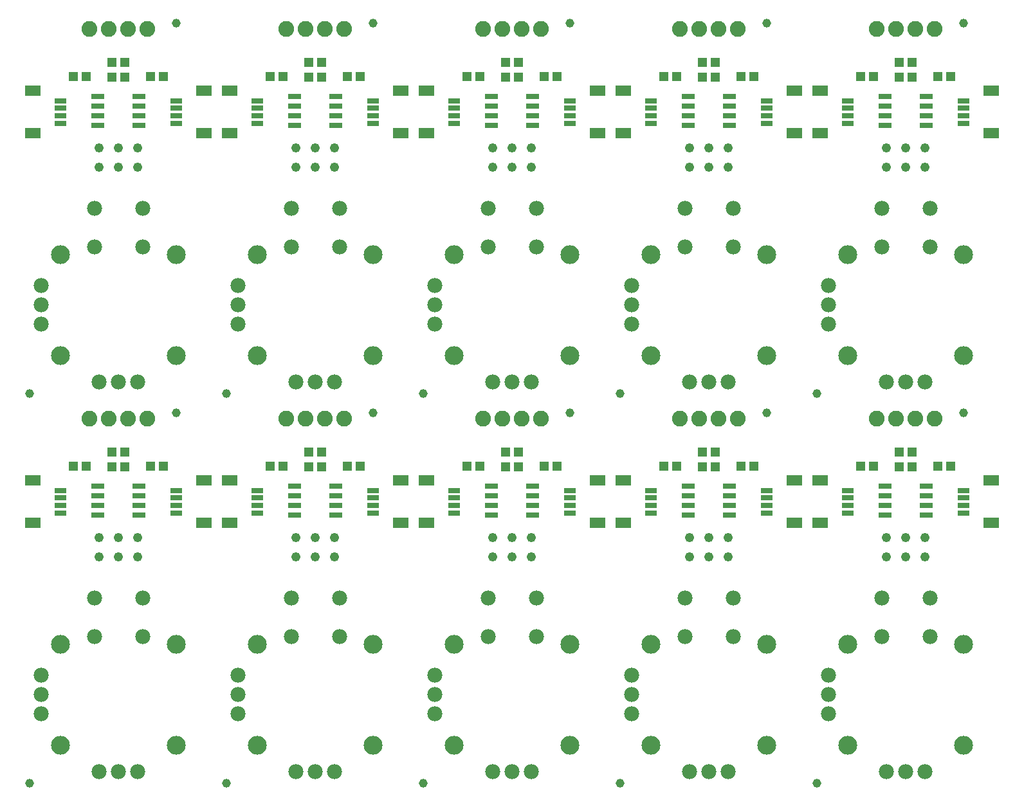
<source format=gts>
G04 #@! TF.FileFunction,Soldermask,Top*
%FSLAX46Y46*%
G04 Gerber Fmt 4.6, Leading zero omitted, Abs format (unit mm)*
G04 Created by KiCad (PCBNEW 4.0.6) date 01/19/18 11:08:58*
%MOMM*%
%LPD*%
G01*
G04 APERTURE LIST*
%ADD10C,0.100000*%
%ADD11R,1.303020X1.201420*%
%ADD12C,1.219200*%
%ADD13C,1.150000*%
%ADD14R,2.150000X1.350000*%
%ADD15R,1.500000X0.750000*%
%ADD16R,1.700000X0.750000*%
%ADD17C,2.082800*%
%ADD18C,1.981200*%
%ADD19C,2.489200*%
G04 APERTURE END LIST*
D10*
D11*
X191856360Y-107238800D03*
X190159640Y-107238800D03*
X165948360Y-107238800D03*
X164251640Y-107238800D03*
X140040360Y-107238800D03*
X138343640Y-107238800D03*
X114132360Y-107238800D03*
X112435640Y-107238800D03*
X88224360Y-107238800D03*
X86527640Y-107238800D03*
X191856360Y-55930800D03*
X190159640Y-55930800D03*
X165948360Y-55930800D03*
X164251640Y-55930800D03*
X140040360Y-55930800D03*
X138343640Y-55930800D03*
X114132360Y-55930800D03*
X112435640Y-55930800D03*
X190159640Y-109169200D03*
X191856360Y-109169200D03*
X164251640Y-109169200D03*
X165948360Y-109169200D03*
X138343640Y-109169200D03*
X140040360Y-109169200D03*
X112435640Y-109169200D03*
X114132360Y-109169200D03*
X86527640Y-109169200D03*
X88224360Y-109169200D03*
X190159640Y-57861200D03*
X191856360Y-57861200D03*
X164251640Y-57861200D03*
X165948360Y-57861200D03*
X138343640Y-57861200D03*
X140040360Y-57861200D03*
X112435640Y-57861200D03*
X114132360Y-57861200D03*
D12*
X193548000Y-118516400D03*
X193548000Y-121056400D03*
X191008000Y-118516400D03*
X191008000Y-121056400D03*
X188468000Y-118516400D03*
X188468000Y-121056400D03*
X167640000Y-118516400D03*
X167640000Y-121056400D03*
X165100000Y-118516400D03*
X165100000Y-121056400D03*
X162560000Y-118516400D03*
X162560000Y-121056400D03*
X141732000Y-118516400D03*
X141732000Y-121056400D03*
X139192000Y-118516400D03*
X139192000Y-121056400D03*
X136652000Y-118516400D03*
X136652000Y-121056400D03*
X115824000Y-118516400D03*
X115824000Y-121056400D03*
X113284000Y-118516400D03*
X113284000Y-121056400D03*
X110744000Y-118516400D03*
X110744000Y-121056400D03*
X89916000Y-118516400D03*
X89916000Y-121056400D03*
X87376000Y-118516400D03*
X87376000Y-121056400D03*
X84836000Y-118516400D03*
X84836000Y-121056400D03*
X193548000Y-67208400D03*
X193548000Y-69748400D03*
X191008000Y-67208400D03*
X191008000Y-69748400D03*
X188468000Y-67208400D03*
X188468000Y-69748400D03*
X167640000Y-67208400D03*
X167640000Y-69748400D03*
X165100000Y-67208400D03*
X165100000Y-69748400D03*
X162560000Y-67208400D03*
X162560000Y-69748400D03*
X141732000Y-67208400D03*
X141732000Y-69748400D03*
X139192000Y-67208400D03*
X139192000Y-69748400D03*
X136652000Y-67208400D03*
X136652000Y-69748400D03*
X115824000Y-67208400D03*
X115824000Y-69748400D03*
X113284000Y-67208400D03*
X113284000Y-69748400D03*
X110744000Y-67208400D03*
X110744000Y-69748400D03*
D13*
X198628000Y-102108000D03*
X172720000Y-102108000D03*
X146812000Y-102108000D03*
X120904000Y-102108000D03*
X94996000Y-102108000D03*
X198628000Y-50800000D03*
X172720000Y-50800000D03*
X146812000Y-50800000D03*
X120904000Y-50800000D03*
D14*
X202303000Y-116592000D03*
X202303000Y-110992000D03*
D15*
X198628000Y-115292000D03*
X198628000Y-114292000D03*
X198628000Y-113292000D03*
X198628000Y-112292000D03*
D14*
X176395000Y-116592000D03*
X176395000Y-110992000D03*
D15*
X172720000Y-115292000D03*
X172720000Y-114292000D03*
X172720000Y-113292000D03*
X172720000Y-112292000D03*
D14*
X150487000Y-116592000D03*
X150487000Y-110992000D03*
D15*
X146812000Y-115292000D03*
X146812000Y-114292000D03*
X146812000Y-113292000D03*
X146812000Y-112292000D03*
D14*
X124579000Y-116592000D03*
X124579000Y-110992000D03*
D15*
X120904000Y-115292000D03*
X120904000Y-114292000D03*
X120904000Y-113292000D03*
X120904000Y-112292000D03*
D14*
X98671000Y-116592000D03*
X98671000Y-110992000D03*
D15*
X94996000Y-115292000D03*
X94996000Y-114292000D03*
X94996000Y-113292000D03*
X94996000Y-112292000D03*
D14*
X202303000Y-65284000D03*
X202303000Y-59684000D03*
D15*
X198628000Y-63984000D03*
X198628000Y-62984000D03*
X198628000Y-61984000D03*
X198628000Y-60984000D03*
D14*
X176395000Y-65284000D03*
X176395000Y-59684000D03*
D15*
X172720000Y-63984000D03*
X172720000Y-62984000D03*
X172720000Y-61984000D03*
X172720000Y-60984000D03*
D14*
X150487000Y-65284000D03*
X150487000Y-59684000D03*
D15*
X146812000Y-63984000D03*
X146812000Y-62984000D03*
X146812000Y-61984000D03*
X146812000Y-60984000D03*
D14*
X124579000Y-65284000D03*
X124579000Y-59684000D03*
D15*
X120904000Y-63984000D03*
X120904000Y-62984000D03*
X120904000Y-61984000D03*
X120904000Y-60984000D03*
D11*
X195239640Y-109118400D03*
X196936360Y-109118400D03*
X169331640Y-109118400D03*
X171028360Y-109118400D03*
X143423640Y-109118400D03*
X145120360Y-109118400D03*
X117515640Y-109118400D03*
X119212360Y-109118400D03*
X91607640Y-109118400D03*
X93304360Y-109118400D03*
X195239640Y-57810400D03*
X196936360Y-57810400D03*
X169331640Y-57810400D03*
X171028360Y-57810400D03*
X143423640Y-57810400D03*
X145120360Y-57810400D03*
X117515640Y-57810400D03*
X119212360Y-57810400D03*
D16*
X188333400Y-111721900D03*
X188333400Y-112991900D03*
X188333400Y-114261900D03*
X188333400Y-115531900D03*
X193733400Y-115531900D03*
X193733400Y-114261900D03*
X193733400Y-112991900D03*
X193733400Y-111721900D03*
X162425400Y-111721900D03*
X162425400Y-112991900D03*
X162425400Y-114261900D03*
X162425400Y-115531900D03*
X167825400Y-115531900D03*
X167825400Y-114261900D03*
X167825400Y-112991900D03*
X167825400Y-111721900D03*
X136517400Y-111721900D03*
X136517400Y-112991900D03*
X136517400Y-114261900D03*
X136517400Y-115531900D03*
X141917400Y-115531900D03*
X141917400Y-114261900D03*
X141917400Y-112991900D03*
X141917400Y-111721900D03*
X110609400Y-111721900D03*
X110609400Y-112991900D03*
X110609400Y-114261900D03*
X110609400Y-115531900D03*
X116009400Y-115531900D03*
X116009400Y-114261900D03*
X116009400Y-112991900D03*
X116009400Y-111721900D03*
X84701400Y-111721900D03*
X84701400Y-112991900D03*
X84701400Y-114261900D03*
X84701400Y-115531900D03*
X90101400Y-115531900D03*
X90101400Y-114261900D03*
X90101400Y-112991900D03*
X90101400Y-111721900D03*
X188333400Y-60413900D03*
X188333400Y-61683900D03*
X188333400Y-62953900D03*
X188333400Y-64223900D03*
X193733400Y-64223900D03*
X193733400Y-62953900D03*
X193733400Y-61683900D03*
X193733400Y-60413900D03*
X162425400Y-60413900D03*
X162425400Y-61683900D03*
X162425400Y-62953900D03*
X162425400Y-64223900D03*
X167825400Y-64223900D03*
X167825400Y-62953900D03*
X167825400Y-61683900D03*
X167825400Y-60413900D03*
X136517400Y-60413900D03*
X136517400Y-61683900D03*
X136517400Y-62953900D03*
X136517400Y-64223900D03*
X141917400Y-64223900D03*
X141917400Y-62953900D03*
X141917400Y-61683900D03*
X141917400Y-60413900D03*
X110609400Y-60413900D03*
X110609400Y-61683900D03*
X110609400Y-62953900D03*
X110609400Y-64223900D03*
X116009400Y-64223900D03*
X116009400Y-62953900D03*
X116009400Y-61683900D03*
X116009400Y-60413900D03*
D17*
X187198000Y-102870000D03*
X189738000Y-102870000D03*
X192278000Y-102870000D03*
X194818000Y-102870000D03*
X161290000Y-102870000D03*
X163830000Y-102870000D03*
X166370000Y-102870000D03*
X168910000Y-102870000D03*
X135382000Y-102870000D03*
X137922000Y-102870000D03*
X140462000Y-102870000D03*
X143002000Y-102870000D03*
X109474000Y-102870000D03*
X112014000Y-102870000D03*
X114554000Y-102870000D03*
X117094000Y-102870000D03*
X83566000Y-102870000D03*
X86106000Y-102870000D03*
X88646000Y-102870000D03*
X91186000Y-102870000D03*
X187198000Y-51562000D03*
X189738000Y-51562000D03*
X192278000Y-51562000D03*
X194818000Y-51562000D03*
X161290000Y-51562000D03*
X163830000Y-51562000D03*
X166370000Y-51562000D03*
X168910000Y-51562000D03*
X135382000Y-51562000D03*
X137922000Y-51562000D03*
X140462000Y-51562000D03*
X143002000Y-51562000D03*
X109474000Y-51562000D03*
X112014000Y-51562000D03*
X114554000Y-51562000D03*
X117094000Y-51562000D03*
D11*
X185079640Y-109118400D03*
X186776360Y-109118400D03*
X159171640Y-109118400D03*
X160868360Y-109118400D03*
X133263640Y-109118400D03*
X134960360Y-109118400D03*
X107355640Y-109118400D03*
X109052360Y-109118400D03*
X81447640Y-109118400D03*
X83144360Y-109118400D03*
X185079640Y-57810400D03*
X186776360Y-57810400D03*
X159171640Y-57810400D03*
X160868360Y-57810400D03*
X133263640Y-57810400D03*
X134960360Y-57810400D03*
X107355640Y-57810400D03*
X109052360Y-57810400D03*
D14*
X179713000Y-110992000D03*
X179713000Y-116592000D03*
D15*
X183388000Y-112292000D03*
X183388000Y-113292000D03*
X183388000Y-114292000D03*
X183388000Y-115292000D03*
D14*
X153805000Y-110992000D03*
X153805000Y-116592000D03*
D15*
X157480000Y-112292000D03*
X157480000Y-113292000D03*
X157480000Y-114292000D03*
X157480000Y-115292000D03*
D14*
X127897000Y-110992000D03*
X127897000Y-116592000D03*
D15*
X131572000Y-112292000D03*
X131572000Y-113292000D03*
X131572000Y-114292000D03*
X131572000Y-115292000D03*
D14*
X101989000Y-110992000D03*
X101989000Y-116592000D03*
D15*
X105664000Y-112292000D03*
X105664000Y-113292000D03*
X105664000Y-114292000D03*
X105664000Y-115292000D03*
D14*
X76081000Y-110992000D03*
X76081000Y-116592000D03*
D15*
X79756000Y-112292000D03*
X79756000Y-113292000D03*
X79756000Y-114292000D03*
X79756000Y-115292000D03*
D14*
X179713000Y-59684000D03*
X179713000Y-65284000D03*
D15*
X183388000Y-60984000D03*
X183388000Y-61984000D03*
X183388000Y-62984000D03*
X183388000Y-63984000D03*
D14*
X153805000Y-59684000D03*
X153805000Y-65284000D03*
D15*
X157480000Y-60984000D03*
X157480000Y-61984000D03*
X157480000Y-62984000D03*
X157480000Y-63984000D03*
D14*
X127897000Y-59684000D03*
X127897000Y-65284000D03*
D15*
X131572000Y-60984000D03*
X131572000Y-61984000D03*
X131572000Y-62984000D03*
X131572000Y-63984000D03*
D14*
X101989000Y-59684000D03*
X101989000Y-65284000D03*
D15*
X105664000Y-60984000D03*
X105664000Y-61984000D03*
X105664000Y-62984000D03*
X105664000Y-63984000D03*
D18*
X187833000Y-126492000D03*
X194183000Y-126492000D03*
X187833000Y-131572000D03*
X194183000Y-131572000D03*
X188468000Y-149352000D03*
X191008000Y-149352000D03*
X193548000Y-149352000D03*
D19*
X183388000Y-132524500D03*
X183388000Y-145859500D03*
X198628000Y-145859500D03*
X198628000Y-132524500D03*
D18*
X180848000Y-136652000D03*
X180848000Y-139192000D03*
X180848000Y-141732000D03*
X161925000Y-126492000D03*
X168275000Y-126492000D03*
X161925000Y-131572000D03*
X168275000Y-131572000D03*
X162560000Y-149352000D03*
X165100000Y-149352000D03*
X167640000Y-149352000D03*
D19*
X157480000Y-132524500D03*
X157480000Y-145859500D03*
X172720000Y-145859500D03*
X172720000Y-132524500D03*
D18*
X154940000Y-136652000D03*
X154940000Y-139192000D03*
X154940000Y-141732000D03*
X136017000Y-126492000D03*
X142367000Y-126492000D03*
X136017000Y-131572000D03*
X142367000Y-131572000D03*
X136652000Y-149352000D03*
X139192000Y-149352000D03*
X141732000Y-149352000D03*
D19*
X131572000Y-132524500D03*
X131572000Y-145859500D03*
X146812000Y-145859500D03*
X146812000Y-132524500D03*
D18*
X129032000Y-136652000D03*
X129032000Y-139192000D03*
X129032000Y-141732000D03*
X110109000Y-126492000D03*
X116459000Y-126492000D03*
X110109000Y-131572000D03*
X116459000Y-131572000D03*
X110744000Y-149352000D03*
X113284000Y-149352000D03*
X115824000Y-149352000D03*
D19*
X105664000Y-132524500D03*
X105664000Y-145859500D03*
X120904000Y-145859500D03*
X120904000Y-132524500D03*
D18*
X103124000Y-136652000D03*
X103124000Y-139192000D03*
X103124000Y-141732000D03*
X84201000Y-126492000D03*
X90551000Y-126492000D03*
X84201000Y-131572000D03*
X90551000Y-131572000D03*
X84836000Y-149352000D03*
X87376000Y-149352000D03*
X89916000Y-149352000D03*
D19*
X79756000Y-132524500D03*
X79756000Y-145859500D03*
X94996000Y-145859500D03*
X94996000Y-132524500D03*
D18*
X77216000Y-136652000D03*
X77216000Y-139192000D03*
X77216000Y-141732000D03*
X187833000Y-75184000D03*
X194183000Y-75184000D03*
X187833000Y-80264000D03*
X194183000Y-80264000D03*
X188468000Y-98044000D03*
X191008000Y-98044000D03*
X193548000Y-98044000D03*
D19*
X183388000Y-81216500D03*
X183388000Y-94551500D03*
X198628000Y-94551500D03*
X198628000Y-81216500D03*
D18*
X180848000Y-85344000D03*
X180848000Y-87884000D03*
X180848000Y-90424000D03*
X161925000Y-75184000D03*
X168275000Y-75184000D03*
X161925000Y-80264000D03*
X168275000Y-80264000D03*
X162560000Y-98044000D03*
X165100000Y-98044000D03*
X167640000Y-98044000D03*
D19*
X157480000Y-81216500D03*
X157480000Y-94551500D03*
X172720000Y-94551500D03*
X172720000Y-81216500D03*
D18*
X154940000Y-85344000D03*
X154940000Y-87884000D03*
X154940000Y-90424000D03*
X136017000Y-75184000D03*
X142367000Y-75184000D03*
X136017000Y-80264000D03*
X142367000Y-80264000D03*
X136652000Y-98044000D03*
X139192000Y-98044000D03*
X141732000Y-98044000D03*
D19*
X131572000Y-81216500D03*
X131572000Y-94551500D03*
X146812000Y-94551500D03*
X146812000Y-81216500D03*
D18*
X129032000Y-85344000D03*
X129032000Y-87884000D03*
X129032000Y-90424000D03*
X110109000Y-75184000D03*
X116459000Y-75184000D03*
X110109000Y-80264000D03*
X116459000Y-80264000D03*
X110744000Y-98044000D03*
X113284000Y-98044000D03*
X115824000Y-98044000D03*
D19*
X105664000Y-81216500D03*
X105664000Y-94551500D03*
X120904000Y-94551500D03*
X120904000Y-81216500D03*
D18*
X103124000Y-85344000D03*
X103124000Y-87884000D03*
X103124000Y-90424000D03*
D13*
X179324000Y-150876000D03*
X153416000Y-150876000D03*
X127508000Y-150876000D03*
X101600000Y-150876000D03*
X75692000Y-150876000D03*
X179324000Y-99568000D03*
X153416000Y-99568000D03*
X127508000Y-99568000D03*
X101600000Y-99568000D03*
D11*
X88224360Y-55930800D03*
X86527640Y-55930800D03*
D14*
X98671000Y-65284000D03*
X98671000Y-59684000D03*
D15*
X94996000Y-63984000D03*
X94996000Y-62984000D03*
X94996000Y-61984000D03*
X94996000Y-60984000D03*
D14*
X76081000Y-59684000D03*
X76081000Y-65284000D03*
D15*
X79756000Y-60984000D03*
X79756000Y-61984000D03*
X79756000Y-62984000D03*
X79756000Y-63984000D03*
D13*
X75692000Y-99568000D03*
X94996000Y-50800000D03*
D11*
X91607640Y-57810400D03*
X93304360Y-57810400D03*
D17*
X83566000Y-51562000D03*
X86106000Y-51562000D03*
X88646000Y-51562000D03*
X91186000Y-51562000D03*
D12*
X89916000Y-67208400D03*
X89916000Y-69748400D03*
X87376000Y-67208400D03*
X87376000Y-69748400D03*
X84836000Y-67208400D03*
X84836000Y-69748400D03*
D11*
X81447640Y-57810400D03*
X83144360Y-57810400D03*
X86527640Y-57861200D03*
X88224360Y-57861200D03*
D18*
X84201000Y-75184000D03*
X90551000Y-75184000D03*
X84201000Y-80264000D03*
X90551000Y-80264000D03*
X84836000Y-98044000D03*
X87376000Y-98044000D03*
X89916000Y-98044000D03*
D19*
X79756000Y-81216500D03*
X79756000Y-94551500D03*
X94996000Y-94551500D03*
X94996000Y-81216500D03*
D18*
X77216000Y-85344000D03*
X77216000Y-87884000D03*
X77216000Y-90424000D03*
D16*
X84701400Y-60413900D03*
X84701400Y-61683900D03*
X84701400Y-62953900D03*
X84701400Y-64223900D03*
X90101400Y-64223900D03*
X90101400Y-62953900D03*
X90101400Y-61683900D03*
X90101400Y-60413900D03*
M02*

</source>
